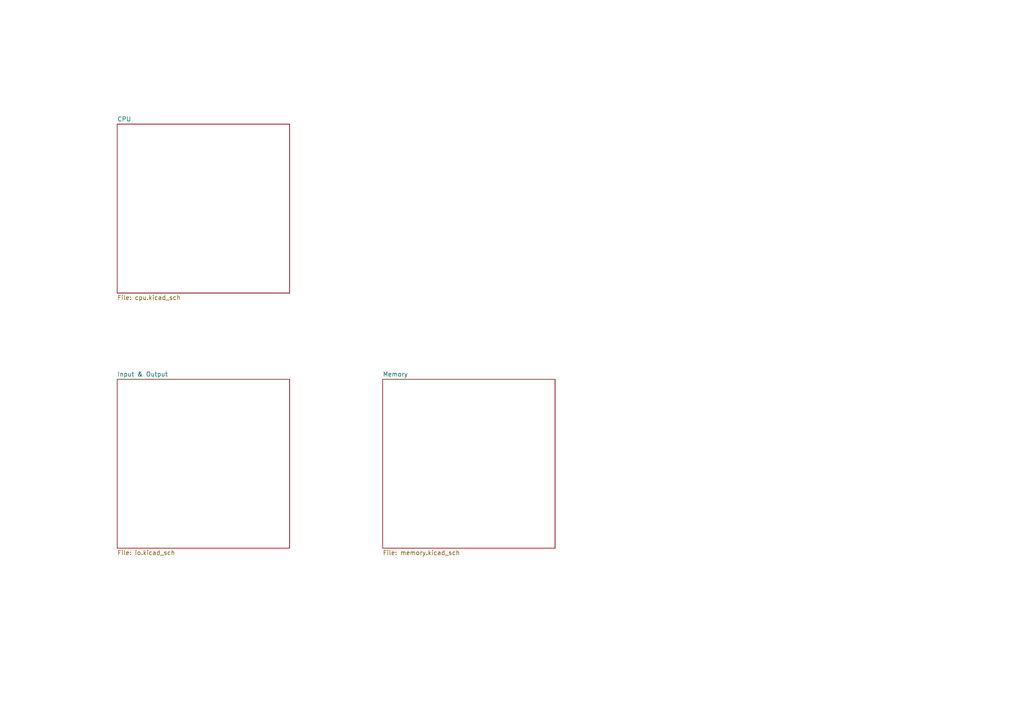
<source format=kicad_sch>
(kicad_sch (version 20230121) (generator eeschema)
  (paper "A4")
  (lib_symbols)
  (sheet (at 34 36) (size 50 49) (stroke (width 0.1524))
    (property "Sheetname" "CPU" (at 34 35.2884 0) (effects (justify left bottom)))
    (property "Sheetfile" "cpu.kicad_sch" (at 34 85.5846 0) (effects (justify left top)))
  )
  (sheet (at 34 110) (size 50 49) (stroke (width 0.1524))
    (property "Sheetname" "Input & Output" (at 34 109.2884 0) (effects (justify left bottom)))
    (property "Sheetfile" "io.kicad_sch" (at 34 159.5846 0) (effects (justify left top)))
  )
  (sheet (at 111 110) (size 50 49) (stroke (width 0.1524))
    (property "Sheetname" "Memory" (at 111 109.2884 0) (effects (justify left bottom)))
    (property "Sheetfile" "memory.kicad_sch" (at 111 159.5846 0) (effects (justify left top)))
  )
)
</source>
